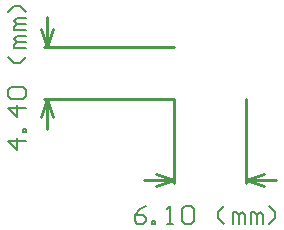
<source format=gm1>
%FSLAX44Y44*%
%MOMM*%
G71*
G01*
G75*
G04 Layer_Color=16711935*
%ADD10R,0.4000X0.9000*%
%ADD11R,1.3000X1.0000*%
%ADD12C,0.2000*%
%ADD13C,0.8000*%
%ADD14R,0.8000X1.0000*%
%ADD15R,1.0000X1.0000*%
%ADD16R,0.6000X1.1000*%
%ADD17R,1.2000X1.2000*%
%ADD18C,0.1500*%
%ADD19C,0.2540*%
%ADD20C,0.1524*%
D19*
X574500Y690880D02*
Y762000D01*
X513500Y690880D02*
Y762000D01*
X488100Y693420D02*
X513500D01*
X574500D02*
X599900D01*
X498260Y698500D02*
X513500Y693420D01*
X498260Y688340D02*
X513500Y693420D01*
X574500D02*
X589740Y688340D01*
X574500Y693420D02*
X589740Y698500D01*
X403860Y806000D02*
X513500D01*
X403860Y762000D02*
X513500D01*
X406400Y736600D02*
Y762000D01*
Y806000D02*
Y831400D01*
X401320Y746760D02*
X406400Y762000D01*
X411480Y746760D01*
X406400Y806000D02*
X411480Y821240D01*
X401320D02*
X406400Y806000D01*
D20*
X490422Y672089D02*
X485344Y669550D01*
X480265Y664471D01*
Y659393D01*
X482804Y656854D01*
X487883D01*
X490422Y659393D01*
Y661932D01*
X487883Y664471D01*
X480265D01*
X495500Y656854D02*
Y659393D01*
X498040D01*
Y656854D01*
X495500D01*
X508196D02*
X513275D01*
X510736D01*
Y672089D01*
X508196Y669550D01*
X520892D02*
X523431Y672089D01*
X528510D01*
X531049Y669550D01*
Y659393D01*
X528510Y656854D01*
X523431D01*
X520892Y659393D01*
Y669550D01*
X556441Y656854D02*
X551362Y661932D01*
Y667011D01*
X556441Y672089D01*
X564058Y656854D02*
Y667011D01*
X566597D01*
X569137Y664471D01*
Y656854D01*
Y664471D01*
X571676Y667011D01*
X574215Y664471D01*
Y656854D01*
X579293D02*
Y667011D01*
X581833D01*
X584372Y664471D01*
Y656854D01*
Y664471D01*
X586911Y667011D01*
X589450Y664471D01*
Y656854D01*
X594528D02*
X599607Y661932D01*
Y667011D01*
X594528Y672089D01*
X388117Y726613D02*
X372882D01*
X380499Y718996D01*
Y729152D01*
X388117Y734231D02*
X385578D01*
Y736770D01*
X388117D01*
Y734231D01*
Y754544D02*
X372882D01*
X380499Y746927D01*
Y757083D01*
X375421Y762162D02*
X372882Y764701D01*
Y769779D01*
X375421Y772318D01*
X385578D01*
X388117Y769779D01*
Y764701D01*
X385578Y762162D01*
X375421D01*
X388117Y797710D02*
X383039Y792632D01*
X377960D01*
X372882Y797710D01*
X388117Y805328D02*
X377960D01*
Y807867D01*
X380499Y810406D01*
X388117D01*
X380499D01*
X377960Y812945D01*
X380499Y815484D01*
X388117D01*
Y820563D02*
X377960D01*
Y823102D01*
X380499Y825641D01*
X388117D01*
X380499D01*
X377960Y828180D01*
X380499Y830720D01*
X388117D01*
Y835798D02*
X383039Y840876D01*
X377960D01*
X372882Y835798D01*
M02*

</source>
